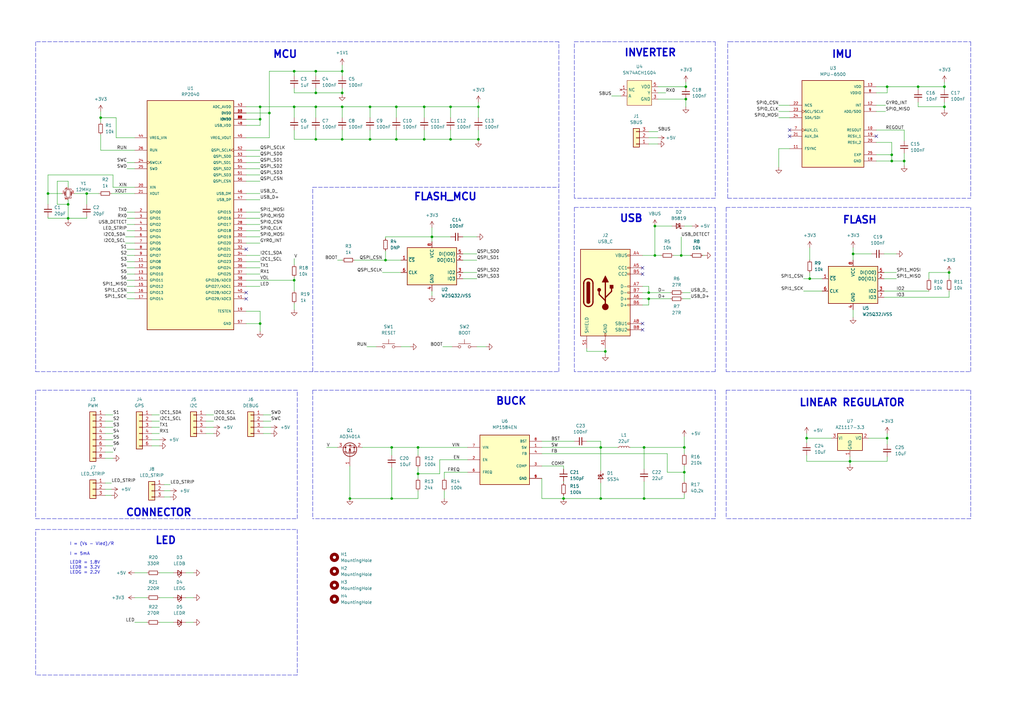
<source format=kicad_sch>
(kicad_sch (version 20211123) (generator eeschema)
  (paper "A3")
  (title_block (date "2022-10-25"))
  (junction (at 140.335 43.815))
  (junction (at 184.785 43.815))
  (junction (at 35.56 79.375))
  (junction (at 266.065 120.015))
  (junction (at 158.115 106.68))
  (junction (at 280.67 183.515))
  (junction (at 196.215 43.815))
  (junction (at 140.335 38.1))
  (junction (at 349.885 104.14))
  (junction (at 140.335 29.21))
  (junction (at 264.16 204.47))
  (junction (at 279.4 104.775))
  (junction (at 246.38 183.515))
  (junction (at 129.54 38.1))
  (junction (at 120.65 43.815))
  (junction (at 348.615 189.23))
  (junction (at 376.555 35.56))
  (junction (at 332.105 114.3))
  (junction (at 363.855 179.705))
  (junction (at 330.835 179.705))
  (junction (at 231.14 204.47))
  (junction (at 110.49 46.355))
  (junction (at 171.45 183.515))
  (junction (at 365.76 66.04))
  (junction (at 363.855 35.56))
  (junction (at 106.68 48.895))
  (junction (at 160.655 204.47))
  (junction (at 248.285 144.145))
  (junction (at 266.065 122.555))
  (junction (at 264.16 183.515))
  (junction (at 184.785 57.15))
  (junction (at 196.215 57.15))
  (junction (at 387.35 43.815))
  (junction (at 281.305 35.56))
  (junction (at 151.765 57.15))
  (junction (at 171.45 194.31))
  (junction (at 151.765 43.815))
  (junction (at 173.99 57.15))
  (junction (at 120.65 114.935))
  (junction (at 106.68 132.715))
  (junction (at 268.605 104.775))
  (junction (at 19.685 79.375))
  (junction (at 27.94 83.82))
  (junction (at 120.65 29.21))
  (junction (at 106.68 43.815))
  (junction (at 140.335 57.15))
  (junction (at 160.655 183.515))
  (junction (at 281.305 40.64))
  (junction (at 41.275 48.26))
  (junction (at 129.54 29.21))
  (junction (at 129.54 43.815))
  (junction (at 246.38 204.47))
  (junction (at 387.35 35.56))
  (junction (at 173.99 43.815))
  (junction (at 143.51 204.47))
  (junction (at 389.255 111.76))
  (junction (at 129.54 57.15))
  (junction (at 162.56 57.15))
  (junction (at 177.165 97.155))
  (junction (at 365.76 63.5))
  (junction (at 370.84 66.04))
  (junction (at 280.67 193.675))
  (junction (at 268.605 92.71))
  (junction (at 27.94 89.535))
  (junction (at 162.56 43.815))
  (no_connect (at 100.965 122.555))
  (no_connect (at 100.965 120.015))
  (no_connect (at 263.525 135.255))
  (no_connect (at 263.525 112.395))
  (no_connect (at 263.525 109.855))
  (no_connect (at 263.525 132.715))
  (no_connect (at 100.965 102.235))
  (no_connect (at 323.85 53.34))
  (no_connect (at 323.85 55.88))
  (no_connect (at 359.41 55.88))
  (wire (pts (xy 268.605 92.71) (xy 268.605 104.775)))
  (wire (pts (xy 27.94 83.82) (xy 27.94 89.535)))
  (wire (pts (xy 100.965 71.755) (xy 106.68 71.755)))
  (wire (pts (xy 381 114.3) (xy 381 111.76)))
  (wire (pts (xy 323.85 60.96) (xy 319.405 60.96)))
  (wire (pts (xy 55.245 255.27) (xy 60.325 255.27)))
  (wire (pts (xy 100.965 97.155) (xy 106.68 97.155)))
  (wire (pts (xy 356.235 179.705) (xy 363.855 179.705)))
  (wire (pts (xy 359.41 38.1) (xy 363.855 38.1)))
  (wire (pts (xy 100.965 109.855) (xy 106.68 109.855)))
  (wire (pts (xy 107.95 175.26) (xy 111.125 175.26)))
  (wire (pts (xy 62.23 175.26) (xy 65.405 175.26)))
  (wire (pts (xy 76.2 245.11) (xy 79.375 245.11)))
  (wire (pts (xy 100.965 46.355) (xy 110.49 46.355)))
  (wire (pts (xy 120.65 53.34) (xy 120.65 57.15)))
  (wire (pts (xy 222.25 186.055) (xy 273.685 186.055)))
  (polyline (pts (xy 398.145 152.4) (xy 398.145 85.09)))
  (wire (pts (xy 222.25 183.515) (xy 246.38 183.515)))
  (polyline (pts (xy 128.27 76.835) (xy 229.235 76.835)))
  (wire (pts (xy 280.67 204.47) (xy 264.16 204.47)))
  (wire (pts (xy 19.685 88.9) (xy 19.685 89.535)))
  (wire (pts (xy 264.16 183.515) (xy 264.16 192.405)))
  (wire (pts (xy 269.875 35.56) (xy 281.305 35.56)))
  (wire (pts (xy 55.245 61.595) (xy 41.275 61.595)))
  (wire (pts (xy 100.965 61.595) (xy 106.68 61.595)))
  (wire (pts (xy 263.525 120.015) (xy 266.065 120.015)))
  (wire (pts (xy 120.65 36.195) (xy 120.65 38.1)))
  (wire (pts (xy 100.965 132.715) (xy 106.68 132.715)))
  (wire (pts (xy 196.215 53.34) (xy 196.215 57.15)))
  (wire (pts (xy 348.615 187.325) (xy 348.615 189.23)))
  (wire (pts (xy 100.965 86.995) (xy 106.68 86.995)))
  (wire (pts (xy 100.965 51.435) (xy 106.68 51.435)))
  (wire (pts (xy 158.115 106.68) (xy 164.465 106.68)))
  (wire (pts (xy 35.56 89.535) (xy 27.94 89.535)))
  (polyline (pts (xy 293.37 85.09) (xy 293.37 152.4)))
  (wire (pts (xy 281.305 33.655) (xy 281.305 35.56)))
  (wire (pts (xy 140.335 43.815) (xy 151.765 43.815)))
  (wire (pts (xy 76.2 234.95) (xy 79.375 234.95)))
  (wire (pts (xy 329.565 114.3) (xy 332.105 114.3)))
  (wire (pts (xy 381 111.76) (xy 389.255 111.76)))
  (wire (pts (xy 171.45 194.31) (xy 171.45 196.215)))
  (wire (pts (xy 55.245 234.95) (xy 60.325 234.95)))
  (wire (pts (xy 263.525 122.555) (xy 266.065 122.555)))
  (wire (pts (xy 363.855 177.8) (xy 363.855 179.705)))
  (wire (pts (xy 52.07 122.555) (xy 55.245 122.555)))
  (wire (pts (xy 151.765 53.34) (xy 151.765 57.15)))
  (wire (pts (xy 280.67 92.71) (xy 283.845 92.71)))
  (wire (pts (xy 319.405 43.18) (xy 323.85 43.18)))
  (wire (pts (xy 269.875 38.1) (xy 273.05 38.1)))
  (wire (pts (xy 100.965 127.635) (xy 106.68 127.635)))
  (wire (pts (xy 100.965 112.395) (xy 106.68 112.395)))
  (wire (pts (xy 120.65 113.665) (xy 120.65 114.935)))
  (wire (pts (xy 41.275 48.26) (xy 47.625 48.26)))
  (wire (pts (xy 140.335 36.195) (xy 140.335 38.1)))
  (wire (pts (xy 266.065 122.555) (xy 274.955 122.555)))
  (wire (pts (xy 27.94 89.535) (xy 27.94 90.17)))
  (wire (pts (xy 67.31 201.295) (xy 69.85 201.295)))
  (wire (pts (xy 258.445 183.515) (xy 264.16 183.515)))
  (wire (pts (xy 268.605 104.775) (xy 271.145 104.775)))
  (polyline (pts (xy 297.815 152.4) (xy 398.145 152.4)))
  (wire (pts (xy 359.41 66.04) (xy 365.76 66.04)))
  (wire (pts (xy 363.855 179.705) (xy 363.855 182.245)))
  (polyline (pts (xy 297.815 85.09) (xy 297.815 152.4)))
  (wire (pts (xy 120.65 124.46) (xy 120.65 127)))
  (wire (pts (xy 177.165 97.155) (xy 177.165 99.06)))
  (wire (pts (xy 51.435 99.695) (xy 55.245 99.695)))
  (wire (pts (xy 266.065 120.015) (xy 274.955 120.015)))
  (wire (pts (xy 349.885 101.6) (xy 349.885 104.14)))
  (wire (pts (xy 100.965 66.675) (xy 106.68 66.675)))
  (polyline (pts (xy 235.585 17.145) (xy 248.92 17.145)))
  (wire (pts (xy 47.625 56.515) (xy 55.245 56.515)))
  (polyline (pts (xy 14.605 217.17) (xy 121.92 217.17)))
  (wire (pts (xy 160.655 191.77) (xy 160.655 204.47)))
  (wire (pts (xy 362.585 104.14) (xy 367.665 104.14)))
  (wire (pts (xy 145.415 106.68) (xy 158.115 106.68)))
  (polyline (pts (xy 235.585 85.09) (xy 293.37 85.09)))
  (wire (pts (xy 55.245 76.835) (xy 46.355 76.835)))
  (wire (pts (xy 140.335 29.21) (xy 140.335 31.115)))
  (wire (pts (xy 84.455 177.8) (xy 87.63 177.8)))
  (wire (pts (xy 129.54 43.815) (xy 129.54 48.26)))
  (wire (pts (xy 45.72 79.375) (xy 55.245 79.375)))
  (wire (pts (xy 133.985 183.515) (xy 138.43 183.515)))
  (wire (pts (xy 19.685 79.375) (xy 19.685 83.82)))
  (wire (pts (xy 319.405 60.96) (xy 319.405 68.58)))
  (wire (pts (xy 158.115 97.79) (xy 158.115 97.155)))
  (wire (pts (xy 106.68 48.895) (xy 106.68 43.815)))
  (wire (pts (xy 330.835 179.705) (xy 330.835 181.61)))
  (wire (pts (xy 280.67 191.135) (xy 280.67 193.675)))
  (wire (pts (xy 173.99 53.34) (xy 173.99 57.15)))
  (wire (pts (xy 51.435 97.155) (xy 55.245 97.155)))
  (wire (pts (xy 189.865 106.68) (xy 195.58 106.68)))
  (wire (pts (xy 330.835 186.69) (xy 330.835 189.23)))
  (wire (pts (xy 140.335 53.34) (xy 140.335 57.15)))
  (wire (pts (xy 268.605 92.71) (xy 275.59 92.71)))
  (wire (pts (xy 280.67 179.07) (xy 280.67 183.515)))
  (wire (pts (xy 150.495 142.24) (xy 154.305 142.24)))
  (wire (pts (xy 250.825 39.37) (xy 254.635 39.37)))
  (wire (pts (xy 246.38 204.47) (xy 231.14 204.47)))
  (wire (pts (xy 52.07 120.015) (xy 55.245 120.015)))
  (wire (pts (xy 100.965 89.535) (xy 106.68 89.535)))
  (wire (pts (xy 52.07 92.075) (xy 55.245 92.075)))
  (wire (pts (xy 196.215 41.91) (xy 196.215 43.815)))
  (wire (pts (xy 43.18 198.12) (xy 45.72 198.12)))
  (wire (pts (xy 319.405 48.26) (xy 323.85 48.26)))
  (wire (pts (xy 348.615 189.23) (xy 348.615 190.5)))
  (wire (pts (xy 222.25 204.47) (xy 231.14 204.47)))
  (wire (pts (xy 43.18 203.2) (xy 45.72 203.2)))
  (wire (pts (xy 41.275 45.72) (xy 41.275 48.26)))
  (wire (pts (xy 43.18 180.34) (xy 46.355 180.34)))
  (wire (pts (xy 100.965 99.695) (xy 106.68 99.695)))
  (wire (pts (xy 349.885 127) (xy 349.885 130.175)))
  (wire (pts (xy 389.255 121.92) (xy 389.255 119.38)))
  (wire (pts (xy 359.41 45.72) (xy 363.22 45.72)))
  (wire (pts (xy 120.65 43.815) (xy 129.54 43.815)))
  (polyline (pts (xy 398.145 212.725) (xy 297.815 212.725)))
  (wire (pts (xy 376.555 43.815) (xy 387.35 43.815)))
  (wire (pts (xy 177.165 93.345) (xy 177.165 97.155)))
  (wire (pts (xy 376.555 41.91) (xy 376.555 43.815)))
  (wire (pts (xy 280.67 202.565) (xy 280.67 204.47)))
  (wire (pts (xy 184.785 43.815) (xy 184.785 48.26)))
  (wire (pts (xy 269.875 40.64) (xy 281.305 40.64)))
  (wire (pts (xy 280.67 193.675) (xy 280.67 197.485)))
  (wire (pts (xy 84.455 172.72) (xy 87.63 172.72)))
  (wire (pts (xy 46.355 76.835) (xy 46.355 71.755)))
  (wire (pts (xy 156.845 111.76) (xy 164.465 111.76)))
  (wire (pts (xy 30.48 79.375) (xy 35.56 79.375)))
  (wire (pts (xy 182.245 193.675) (xy 191.77 193.675)))
  (wire (pts (xy 276.225 104.775) (xy 279.4 104.775)))
  (wire (pts (xy 43.18 170.18) (xy 46.355 170.18)))
  (wire (pts (xy 280.035 122.555) (xy 283.21 122.555)))
  (wire (pts (xy 129.54 29.21) (xy 129.54 31.115)))
  (wire (pts (xy 129.54 38.1) (xy 140.335 38.1)))
  (wire (pts (xy 365.76 58.42) (xy 365.76 63.5)))
  (wire (pts (xy 376.555 35.56) (xy 387.35 35.56)))
  (wire (pts (xy 19.685 71.755) (xy 19.685 79.375)))
  (polyline (pts (xy 293.37 17.145) (xy 293.37 81.28)))
  (polyline (pts (xy 298.45 81.28) (xy 398.145 81.28)))
  (wire (pts (xy 110.49 56.515) (xy 110.49 46.355)))
  (wire (pts (xy 100.965 81.915) (xy 106.68 81.915)))
  (wire (pts (xy 181.61 142.24) (xy 185.42 142.24)))
  (wire (pts (xy 120.65 38.1) (xy 129.54 38.1)))
  (wire (pts (xy 196.215 43.815) (xy 196.215 48.26)))
  (wire (pts (xy 65.405 234.95) (xy 71.12 234.95)))
  (wire (pts (xy 359.41 35.56) (xy 363.855 35.56)))
  (wire (pts (xy 362.585 111.76) (xy 367.665 111.76)))
  (wire (pts (xy 359.41 58.42) (xy 365.76 58.42)))
  (wire (pts (xy 370.84 53.34) (xy 370.84 57.785)))
  (wire (pts (xy 55.245 245.11) (xy 60.325 245.11)))
  (wire (pts (xy 27.94 74.295) (xy 27.94 76.835)))
  (wire (pts (xy 52.07 107.315) (xy 55.245 107.315)))
  (wire (pts (xy 106.68 127.635) (xy 106.68 132.715)))
  (wire (pts (xy 349.885 104.14) (xy 349.885 106.68)))
  (wire (pts (xy 148.59 183.515) (xy 160.655 183.515)))
  (polyline (pts (xy 121.92 276.86) (xy 14.605 276.86)))
  (wire (pts (xy 120.65 43.815) (xy 120.65 48.26)))
  (wire (pts (xy 129.54 53.34) (xy 129.54 57.15)))
  (wire (pts (xy 263.525 125.095) (xy 266.065 125.095)))
  (polyline (pts (xy 121.92 160.02) (xy 14.605 160.02)))
  (wire (pts (xy 280.67 183.515) (xy 264.16 183.515)))
  (wire (pts (xy 62.23 177.8) (xy 65.405 177.8)))
  (wire (pts (xy 362.585 119.38) (xy 381 119.38)))
  (wire (pts (xy 158.115 102.87) (xy 158.115 106.68)))
  (wire (pts (xy 67.31 198.755) (xy 69.85 198.755)))
  (wire (pts (xy 43.18 172.72) (xy 46.355 172.72)))
  (wire (pts (xy 263.525 117.475) (xy 266.065 117.475)))
  (polyline (pts (xy 398.145 17.145) (xy 398.145 81.28)))
  (wire (pts (xy 173.99 57.15) (xy 184.785 57.15)))
  (wire (pts (xy 62.23 170.18) (xy 65.405 170.18)))
  (wire (pts (xy 76.2 255.27) (xy 79.375 255.27)))
  (wire (pts (xy 330.835 189.23) (xy 348.615 189.23)))
  (wire (pts (xy 173.99 43.815) (xy 184.785 43.815)))
  (wire (pts (xy 246.38 198.12) (xy 246.38 204.47)))
  (wire (pts (xy 246.38 183.515) (xy 253.365 183.515)))
  (wire (pts (xy 52.07 66.675) (xy 55.245 66.675)))
  (wire (pts (xy 120.65 29.21) (xy 129.54 29.21)))
  (polyline (pts (xy 293.37 212.725) (xy 128.27 212.725)))
  (wire (pts (xy 52.07 109.855) (xy 55.245 109.855)))
  (wire (pts (xy 376.555 35.56) (xy 376.555 36.83)))
  (wire (pts (xy 158.115 97.155) (xy 177.165 97.155)))
  (wire (pts (xy 41.275 55.245) (xy 41.275 61.595)))
  (wire (pts (xy 47.625 48.26) (xy 47.625 56.515)))
  (wire (pts (xy 195.58 142.24) (xy 199.39 142.24)))
  (wire (pts (xy 67.31 203.835) (xy 69.85 203.835)))
  (wire (pts (xy 162.56 43.815) (xy 173.99 43.815)))
  (wire (pts (xy 107.95 172.72) (xy 111.125 172.72)))
  (wire (pts (xy 129.54 36.195) (xy 129.54 38.1)))
  (wire (pts (xy 231.14 203.2) (xy 231.14 204.47)))
  (wire (pts (xy 84.455 170.18) (xy 87.63 170.18)))
  (wire (pts (xy 151.765 57.15) (xy 162.56 57.15)))
  (wire (pts (xy 164.465 142.24) (xy 168.275 142.24)))
  (wire (pts (xy 359.41 43.18) (xy 363.22 43.18)))
  (wire (pts (xy 281.305 40.64) (xy 281.305 43.815)))
  (wire (pts (xy 319.405 45.72) (xy 323.85 45.72)))
  (wire (pts (xy 332.105 111.76) (xy 332.105 114.3)))
  (wire (pts (xy 332.105 101.6) (xy 332.105 106.68)))
  (wire (pts (xy 171.45 204.47) (xy 160.655 204.47)))
  (wire (pts (xy 182.245 196.215) (xy 182.245 193.675)))
  (wire (pts (xy 160.655 204.47) (xy 143.51 204.47)))
  (wire (pts (xy 129.54 43.815) (xy 140.335 43.815)))
  (wire (pts (xy 362.585 114.3) (xy 367.665 114.3)))
  (wire (pts (xy 43.18 182.88) (xy 46.355 182.88)))
  (wire (pts (xy 100.965 92.075) (xy 106.68 92.075)))
  (wire (pts (xy 280.67 186.055) (xy 280.67 183.515)))
  (wire (pts (xy 180.34 194.31) (xy 171.45 194.31)))
  (wire (pts (xy 100.965 117.475) (xy 106.68 117.475)))
  (wire (pts (xy 160.655 183.515) (xy 171.45 183.515)))
  (wire (pts (xy 100.965 107.315) (xy 106.68 107.315)))
  (wire (pts (xy 52.07 69.215) (xy 55.245 69.215)))
  (wire (pts (xy 387.35 33.655) (xy 387.35 35.56)))
  (wire (pts (xy 248.285 144.145) (xy 248.285 145.415)))
  (wire (pts (xy 120.65 106.045) (xy 120.65 108.585)))
  (wire (pts (xy 129.54 29.21) (xy 140.335 29.21)))
  (polyline (pts (xy 248.92 17.145) (xy 293.37 17.145)))
  (polyline (pts (xy 297.815 160.02) (xy 398.145 160.02)))
  (polyline (pts (xy 14.605 276.86) (xy 14.605 217.17)))
  (wire (pts (xy 140.335 57.15) (xy 151.765 57.15)))
  (wire (pts (xy 52.07 89.535) (xy 55.245 89.535)))
  (wire (pts (xy 143.51 191.135) (xy 143.51 204.47)))
  (wire (pts (xy 387.35 41.91) (xy 387.35 43.815)))
  (wire (pts (xy 107.95 170.18) (xy 111.125 170.18)))
  (wire (pts (xy 151.765 43.815) (xy 151.765 48.26)))
  (wire (pts (xy 100.965 74.295) (xy 106.68 74.295)))
  (wire (pts (xy 140.335 38.1) (xy 140.335 38.735)))
  (wire (pts (xy 120.65 57.15) (xy 129.54 57.15)))
  (polyline (pts (xy 293.37 160.02) (xy 293.37 212.725)))
  (wire (pts (xy 231.14 191.135) (xy 231.14 192.405)))
  (wire (pts (xy 120.65 29.21) (xy 120.65 31.115)))
  (wire (pts (xy 23.495 74.295) (xy 23.495 83.82)))
  (wire (pts (xy 35.56 79.375) (xy 40.64 79.375)))
  (wire (pts (xy 330.835 179.705) (xy 340.995 179.705)))
  (wire (pts (xy 106.68 43.815) (xy 120.65 43.815)))
  (wire (pts (xy 162.56 43.815) (xy 162.56 48.26)))
  (wire (pts (xy 100.965 48.895) (xy 106.68 48.895)))
  (wire (pts (xy 100.965 64.135) (xy 106.68 64.135)))
  (wire (pts (xy 189.865 104.14) (xy 195.58 104.14)))
  (wire (pts (xy 177.165 119.38) (xy 177.165 121.285)))
  (polyline (pts (xy 229.235 152.4) (xy 229.235 17.145)))
  (wire (pts (xy 171.45 191.77) (xy 171.45 194.31)))
  (wire (pts (xy 279.4 104.775) (xy 283.21 104.775)))
  (polyline (pts (xy 14.605 212.725) (xy 121.92 212.725)))
  (wire (pts (xy 27.94 74.295) (xy 23.495 74.295)))
  (wire (pts (xy 23.495 83.82) (xy 27.94 83.82)))
  (polyline (pts (xy 128.27 152.4) (xy 128.27 76.835)))
  (wire (pts (xy 129.54 57.15) (xy 140.335 57.15)))
  (wire (pts (xy 189.865 114.3) (xy 195.58 114.3)))
  (wire (pts (xy 43.18 200.66) (xy 45.72 200.66)))
  (wire (pts (xy 35.56 88.9) (xy 35.56 89.535)))
  (wire (pts (xy 189.865 97.155) (xy 195.58 97.155)))
  (wire (pts (xy 52.07 104.775) (xy 55.245 104.775)))
  (wire (pts (xy 35.56 79.375) (xy 35.56 83.82)))
  (wire (pts (xy 266.065 56.515) (xy 269.875 56.515)))
  (wire (pts (xy 140.335 26.67) (xy 140.335 29.21)))
  (wire (pts (xy 62.23 182.88) (xy 65.405 182.88)))
  (wire (pts (xy 52.07 117.475) (xy 55.245 117.475)))
  (wire (pts (xy 151.765 43.815) (xy 162.56 43.815)))
  (wire (pts (xy 52.07 102.235) (xy 55.245 102.235)))
  (wire (pts (xy 100.965 114.935) (xy 120.65 114.935)))
  (wire (pts (xy 173.99 43.815) (xy 173.99 48.26)))
  (wire (pts (xy 100.965 104.775) (xy 106.68 104.775)))
  (wire (pts (xy 389.255 111.76) (xy 389.255 114.3)))
  (wire (pts (xy 264.16 197.485) (xy 264.16 204.47)))
  (wire (pts (xy 100.965 79.375) (xy 106.68 79.375)))
  (wire (pts (xy 52.07 94.615) (xy 55.245 94.615)))
  (wire (pts (xy 27.94 81.915) (xy 27.94 83.82)))
  (wire (pts (xy 363.855 189.23) (xy 348.615 189.23)))
  (wire (pts (xy 191.77 188.595) (xy 180.34 188.595)))
  (wire (pts (xy 171.45 201.295) (xy 171.45 204.47)))
  (wire (pts (xy 222.25 196.215) (xy 222.25 204.47)))
  (polyline (pts (xy 297.815 160.02) (xy 297.815 212.725)))
  (wire (pts (xy 140.335 43.815) (xy 140.335 48.26)))
  (polyline (pts (xy 229.235 17.145) (xy 14.605 17.145)))
  (wire (pts (xy 222.25 180.975) (xy 235.585 180.975)))
  (wire (pts (xy 160.655 186.69) (xy 160.655 183.515)))
  (wire (pts (xy 279.4 97.155) (xy 279.4 104.775)))
  (wire (pts (xy 43.18 177.8) (xy 46.355 177.8)))
  (wire (pts (xy 62.23 172.72) (xy 65.405 172.72)))
  (wire (pts (xy 65.405 255.27) (xy 71.12 255.27)))
  (wire (pts (xy 171.45 183.515) (xy 191.77 183.515)))
  (wire (pts (xy 106.68 51.435) (xy 106.68 48.895)))
  (wire (pts (xy 363.855 187.325) (xy 363.855 189.23)))
  (wire (pts (xy 41.275 48.26) (xy 41.275 50.165)))
  (wire (pts (xy 263.525 104.775) (xy 268.605 104.775)))
  (polyline (pts (xy 128.27 160.02) (xy 293.37 160.02)))
  (wire (pts (xy 266.065 125.095) (xy 266.065 122.555)))
  (wire (pts (xy 110.49 46.355) (xy 110.49 29.21)))
  (wire (pts (xy 248.285 142.875) (xy 248.285 144.145)))
  (wire (pts (xy 273.685 193.675) (xy 280.67 193.675)))
  (wire (pts (xy 52.07 112.395) (xy 55.245 112.395)))
  (wire (pts (xy 177.165 97.155) (xy 184.785 97.155)))
  (wire (pts (xy 184.785 53.34) (xy 184.785 57.15)))
  (wire (pts (xy 387.35 43.815) (xy 387.35 45.085)))
  (wire (pts (xy 65.405 245.11) (xy 71.12 245.11)))
  (wire (pts (xy 120.65 114.935) (xy 120.65 119.38)))
  (polyline (pts (xy 14.605 160.02) (xy 14.605 212.725)))
  (polyline (pts (xy 14.605 17.145) (xy 14.605 152.4)))
  (wire (pts (xy 138.43 106.68) (xy 140.335 106.68)))
  (polyline (pts (xy 121.92 217.17) (xy 121.92 276.86)))
  (wire (pts (xy 19.685 79.375) (xy 25.4 79.375)))
  (wire (pts (xy 43.18 175.26) (xy 46.355 175.26)))
  (polyline (pts (xy 128.27 160.02) (xy 128.27 212.725)))
  (polyline (pts (xy 14.605 152.4) (xy 229.235 152.4)))
  (wire (pts (xy 266.065 53.975) (xy 269.875 53.975)))
  (wire (pts (xy 62.23 180.34) (xy 65.405 180.34)))
  (wire (pts (xy 329.565 119.38) (xy 337.185 119.38)))
  (wire (pts (xy 231.14 197.485) (xy 231.14 198.12)))
  (polyline (pts (xy 299.085 17.145) (xy 398.145 17.145)))
  (wire (pts (xy 363.855 35.56) (xy 376.555 35.56)))
  (wire (pts (xy 246.38 183.515) (xy 246.38 193.04)))
  (polyline (pts (xy 297.815 85.09) (xy 398.145 85.09)))
  (wire (pts (xy 246.38 180.975) (xy 246.38 183.515)))
  (wire (pts (xy 100.965 94.615) (xy 106.68 94.615)))
  (wire (pts (xy 280.035 120.015) (xy 283.21 120.015)))
  (wire (pts (xy 184.785 57.15) (xy 196.215 57.15)))
  (wire (pts (xy 100.965 69.215) (xy 106.68 69.215)))
  (wire (pts (xy 162.56 57.15) (xy 173.99 57.15)))
  (wire (pts (xy 365.76 63.5) (xy 365.76 66.04)))
  (wire (pts (xy 182.245 201.295) (xy 182.245 204.47)))
  (polyline (pts (xy 293.37 81.28) (xy 235.585 81.28)))
  (wire (pts (xy 264.16 204.47) (xy 246.38 204.47)))
  (polyline (pts (xy 398.145 160.02) (xy 398.145 212.725)))
  (wire (pts (xy 107.95 177.8) (xy 111.125 177.8)))
  (wire (pts (xy 19.685 89.535) (xy 27.94 89.535)))
  (wire (pts (xy 240.665 144.145) (xy 248.285 144.145)))
  (wire (pts (xy 288.29 104.775) (xy 288.925 104.775)))
  (polyline (pts (xy 293.37 152.4) (xy 235.585 152.4)))
  (wire (pts (xy 362.585 121.92) (xy 389.255 121.92)))
  (wire (pts (xy 46.355 71.755) (xy 19.685 71.755)))
  (wire (pts (xy 106.68 132.715) (xy 106.68 135.89)))
  (wire (pts (xy 52.07 86.995) (xy 55.245 86.995)))
  (wire (pts (xy 196.215 57.15) (xy 196.215 57.785)))
  (wire (pts (xy 222.25 191.135) (xy 231.14 191.135)))
  (wire (pts (xy 273.685 186.055) (xy 273.685 193.675)))
  (wire (pts (xy 189.865 111.76) (xy 195.58 111.76)))
  (polyline (pts (xy 235.585 85.09) (xy 235.585 152.4)))
  (wire (pts (xy 363.855 38.1) (xy 363.855 35.56)))
  (wire (pts (xy 240.665 142.875) (xy 240.665 144.145)))
  (polyline (pts (xy 121.92 212.725) (xy 121.92 160.02)))
  (wire (pts (xy 52.07 114.935) (xy 55.245 114.935)))
  (wire (pts (xy 330.835 177.8) (xy 330.835 179.705)))
  (wire (pts (xy 43.18 187.96) (xy 46.355 187.96)))
  (wire (pts (xy 266.065 117.475) (xy 266.065 120.015)))
  (wire (pts (xy 387.35 35.56) (xy 387.35 36.83)))
  (wire (pts (xy 100.965 43.815) (xy 106.68 43.815)))
  (polyline (pts (xy 235.585 81.28) (xy 235.585 17.145)))
  (wire (pts (xy 332.105 114.3) (xy 337.185 114.3)))
  (wire (pts (xy 100.965 56.515) (xy 110.49 56.515)))
  (wire (pts (xy 240.665 180.975) (xy 246.38 180.975)))
  (wire (pts (xy 359.41 53.34) (xy 370.84 53.34)))
  (wire (pts (xy 43.18 185.42) (xy 46.355 185.42)))
  (wire (pts (xy 180.34 188.595) (xy 180.34 194.31)))
  (wire (pts (xy 370.84 62.865) (xy 370.84 66.04)))
  (wire (pts (xy 370.84 66.04) (xy 370.84 67.945)))
  (polyline (pts (xy 298.45 17.145) (xy 299.085 17.145)))
  (wire (pts (xy 171.45 186.69) (xy 171.45 183.515)))
  (wire (pts (xy 357.505 104.14) (xy 349.885 104.14)))
  (wire (pts (xy 84.455 175.26) (xy 87.63 175.26)))
  (wire (pts (xy 365.76 66.04) (xy 370.84 66.04)))
  (wire (pts (xy 110.49 29.21) (xy 120.65 29.21)))
  (wire (pts (xy 184.785 43.815) (xy 196.215 43.815)))
  (polyline (pts (xy 298.45 81.28) (xy 298.45 17.145)))
  (wire (pts (xy 266.065 59.055) (xy 269.875 59.055)))
  (wire (pts (xy 162.56 53.34) (xy 162.56 57.15)))
  (wire (pts (xy 359.41 63.5) (xy 365.76 63.5)))
  (text "CONNECTOR" (at 51.435 212.09 0) (effects (font (size 3 3) bold) (justify left bottom)))
  (text "IMU" (at 340.995 24.13 0) (effects (font (size 3 3) bold) (justify left bottom)))
  (text "LINEAR REGULATOR" (at 327.66 167.005 0) (effects (font (size 3 3) bold) (justify left bottom)))
  (text "FLASH_MCU" (at 169.545 82.55 0) (effects (font (size 3 3) bold) (justify left bottom)))
  (text "LEDR = 1.8V\nLEDB = 3.2V\nLEDG = 2.2V" (at 28.575 235.585 0) (effects (font (size 1.27 1.27)) (justify left bottom)))
  (text "MCU" (at 111.76 24.13 0) (effects (font (size 3 3) (thickness 0.6) bold) (justify left bottom)))
  (text "LED" (at 63.5 223.52 0) (effects (font (size 3 3) bold) (justify left bottom)))
  (text "FLASH" (at 345.44 92.075 0) (effects (font (size 3 3) bold) (justify left bottom)))
  (text "INVERTER" (at 255.905 23.495 0) (effects (font (size 3 3) bold) (justify left bottom)))
  (text "BUCK" (at 203.2 166.37 0) (effects (font (size 3 3) bold) (justify left bottom)))
  (text "USB" (at 254 91.44 0) (effects (font (size 3 3) bold) (justify left bottom)))
  (text "I = (Vs - Vled)/R\n\nI = 5mA" (at 28.575 227.965 0) (effects (font (size 1.27 1.27)) (justify left bottom)))
  (label "RX1" (at 106.68 112.395 0))
  (label "LED_STRIP" (at 52.07 94.615 180))
  (label "VIN" (at 188.595 183.515 180))
  (label "I2C0_SCL" (at 87.63 170.18 0))
  (label "QSPI_SD1" (at 195.58 106.68 0))
  (label "TX1" (at 65.405 175.26 0))
  (label "LED" (at 55.245 255.27 180))
  (label "LED_STRIP" (at 45.72 198.12 0))
  (label "TX0" (at 52.07 86.995 180))
  (label "S1" (at 52.07 102.235 180))
  (label "GYR0_INT" (at 106.68 99.695 0))
  (label "RX0" (at 273.05 38.1 0))
  (label "QSPI_SCLK" (at 156.845 111.76 180))
  (label "QSPI_SD2" (at 106.68 69.215 0))
  (label "D+" (at 269.875 122.555 0))
  (label "I2C0_SCL" (at 51.435 99.695 180))
  (label "BST" (at 226.06 180.975 0))
  (label "EN" (at 188.595 188.595 180))
  (label "V" (at 120.65 106.045 0))
  (label "SPI0_CLK" (at 319.405 45.72 180))
  (label "GYR0_INT" (at 363.22 43.18 0))
  (label "QSPI_CSN" (at 106.68 74.295 0))
  (label "SPI1_MISO" (at 52.07 117.475 180))
  (label "TX1" (at 106.68 109.855 0))
  (label "REGOUT" (at 363.22 53.34 0))
  (label "SPI0_CSN" (at 106.68 92.075 0))
  (label "SPI1_CSN" (at 52.07 120.015 180))
  (label "BOOT" (at 181.61 142.24 180))
  (label "USB_D_" (at 283.21 120.015 0))
  (label "I2C1_SCL" (at 65.405 172.72 0))
  (label "I2C1_SDA" (at 65.405 170.18 0))
  (label "S3" (at 46.355 175.26 0))
  (label "S4" (at 52.07 109.855 180))
  (label "I2C1_SDA" (at 106.68 104.775 0))
  (label "QSPI_SD0" (at 195.58 104.14 0))
  (label "S4" (at 46.355 177.8 0))
  (label "SBUS" (at 269.875 53.975 0))
  (label "LED_STRIP" (at 69.85 198.755 0))
  (label "RX1" (at 65.405 177.8 0))
  (label "SPI1_MOSI" (at 106.68 86.995 0))
  (label "XIN" (at 52.07 76.835 180))
  (label "SPI1_CSN" (at 329.565 114.3 180))
  (label "QSPI_SD3" (at 195.58 114.3 0))
  (label "S3" (at 52.07 107.315 180))
  (label "I2C1_SCL" (at 106.68 107.315 0))
  (label "I2C0_SDA" (at 87.63 172.72 0))
  (label "S2" (at 46.355 172.72 0))
  (label "SBUS" (at 250.825 39.37 180))
  (label "QSPI_SD2" (at 195.58 111.76 0))
  (label "USB_D_" (at 106.68 79.375 0))
  (label "V" (at 133.985 183.515 0))
  (label "S6" (at 46.355 182.88 0))
  (label "FREQ" (at 188.595 193.675 180))
  (label "XOUT" (at 52.07 79.375 180))
  (label "SPI0_MISO" (at 106.68 89.535 0))
  (label "SPI0_CSN" (at 319.405 43.18 180))
  (label "SWD" (at 52.07 69.215 180))
  (label "S5" (at 46.355 180.34 0))
  (label "SPI1_SCK" (at 329.565 119.38 180))
  (label "SPI0_MISO" (at 363.22 45.72 0))
  (label "S2" (at 52.07 104.775 180))
  (label "SPI1_MOSI" (at 367.665 111.76 0))
  (label "LED" (at 106.68 117.475 0))
  (label "VOL" (at 106.68 114.935 0))
  (label "USB_DETECT" (at 279.4 97.155 0))
  (label "SPI0_MOSI" (at 106.68 97.155 0))
  (label "SW" (at 226.06 183.515 0))
  (label "QSPI_CSN" (at 156.845 106.68 180))
  (label "FB" (at 226.06 186.055 0))
  (label "RUN" (at 52.07 61.595 180))
  (label "SPI0_MOSI" (at 319.405 48.26 180))
  (label "USB_D+" (at 283.21 122.555 0))
  (label "QSPI_SD3" (at 106.68 71.755 0))
  (label "QSPI_SCLK" (at 106.68 61.595 0))
  (label "SPI1_MISO" (at 367.665 114.3 0))
  (label "RUN" (at 150.495 142.24 180))
  (label "COMP" (at 226.06 191.135 0))
  (label "SPI0_CLK" (at 106.68 94.615 0))
  (label "SPI1_SCK" (at 52.07 122.555 180))
  (label "RX0" (at 52.07 89.535 180))
  (label "V" (at 46.355 185.42 0))
  (label "S6" (at 52.07 114.935 180))
  (label "SWC" (at 52.07 66.675 180))
  (label "QSPI_SD1" (at 106.68 66.675 0))
  (label "QSPI_SD0" (at 106.68 64.135 0))
  (label "S1" (at 46.355 170.18 0))
  (label "BOOT" (at 138.43 106.68 180))
  (label "USB_D+" (at 106.68 81.915 0))
  (label "SWD" (at 111.125 170.18 0))
  (label "I2C0_SDA" (at 51.435 97.155 180))
  (label "IO2" (at 367.665 119.38 0))
  (label "USB_DETECT" (at 52.07 92.075 180))
  (label "D-" (at 269.875 120.015 0))
  (label "SWC" (at 111.125 172.72 0))
  (label "IO3" (at 367.665 121.92 0))
  (label "S5" (at 52.07 112.395 180))
  (symbol (lib_id "power:+3.3V") (at 387.35 33.655 0) (unit 1)
    (property "Reference" "#PWR017" (effects hide))
    (property "Value" "+3.3V" (at 387.35 28.575 0))
  )
  (symbol (lib_id "power:GND") (at 27.94 90.17 0) (unit 1)
    (property "Reference" "#PWR01" (effects hide))
    (property "Value" "GND" (effects hide))
  )
  (symbol (lib_id "SN74AHC1G04:SN74ACH1G04") (at 262.255 38.1 0) (unit 1)
    (property "Reference" "U4" (at 262.255 27.305 0))
    (property "Value" "SN74ACH1G04" (at 262.255 29.845 0))
    (property "Footprint" "Package_TO_SOT_SMD:SOT-23-5" (effects hide))
  )
  (symbol (lib_id "Memory_Flash:W25Q32JVSS") (at 349.885 116.84 0) (unit 1)
    (property "Reference" "U5" (at 353.695 126.365 0) (effects (justify left)))
    (property "Value" "W25Q32JVSS" (at 353.695 128.905 0) (effects (justify left)))
    (property "Footprint" "Package_SO:SOIC-8_5.23x5.23mm_P1.27mm" (effects hide))
    (property "Datasheet" "http://www.winbond.com/resource-files/w25q32jv%20revg%2003272018%20plus.pdf" (effects hide))
  )
  (symbol (lib_id "Device:C_Small") (at 231.14 194.945 0) (unit 1)
    (property "Reference" "C21" (at 233.68 193.6812 0) (effects (justify left)))
    (property "Value" "150pF" (at 233.68 196.2212 0) (effects (justify left)))
    (property "Footprint" "Capacitor_SMD:C_0603_1608Metric" (effects hide))
  )
  (symbol (lib_id "power:GND") (at 281.305 43.815 0) (unit 1)
    (property "Reference" "#PWR015" (effects hide))
    (property "Value" "GND" (effects hide))
  )
  (symbol (lib_id "power:GND") (at 349.885 130.175 0) (unit 1)
    (property "Reference" "#PWR024" (effects hide))
    (property "Value" "GND" (effects hide))
  )
  (symbol (lib_id "power:+5V") (at 111.125 175.26 270) (unit 1)
    (property "Reference" "#PWR041" (effects hide))
    (property "Value" "+5V" (at 114.935 175.2599 90) (effects (justify left)))
  )
  (symbol (lib_id "power:GND") (at 87.63 177.8 90) (unit 1)
    (property "Reference" "#PWR040" (effects hide))
    (property "Value" "GND" (effects hide))
  )
  (symbol (lib_id "Device:R_Small") (at 171.45 198.755 0) (unit 1)
    (property "Reference" "R13" (at 173.99 197.4849 0) (effects (justify left)))
    (property "Value" "24k" (at 173.99 200.0249 0) (effects (justify left)))
    (property "Footprint" "Resistor_SMD:R_0603_1608Metric" (effects hide))
  )
  (symbol (lib_id "power:GND") (at 348.615 190.5 0) (unit 1)
    (property "Reference" "#PWR035" (effects hide))
    (property "Value" "GND" (effects hide))
  )
  (symbol (lib_id "power:GND") (at 387.35 45.085 0) (unit 1)
    (property "Reference" "#PWR011" (effects hide))
    (property "Value" "GND" (effects hide))
  )
  (symbol (lib_id "Device:R_Small") (at 120.65 121.92 0) (unit 1)
    (property "Reference" "R19" (at 123.19 120.6499 0) (effects (justify left)))
    (property "Value" "1k" (at 123.19 123.1899 0) (effects (justify left)))
    (property "Footprint" "Resistor_SMD:R_0603_1608Metric" (effects hide))
  )
  (symbol (lib_id "Device:R_Small") (at 381 116.84 0) (unit 1)
    (property "Reference" "R10" (at 382.905 115.5699 0) (effects (justify left)))
    (property "Value" "10k" (at 382.905 118.1099 0) (effects (justify left)))
    (property "Footprint" "Resistor_SMD:R_0603_1608Metric" (effects hide))
  )
  (symbol (lib_id "power:+3.3V") (at 389.255 111.76 0) (unit 1)
    (property "Reference" "#PWR026" (effects hide))
    (property "Value" "+3.3V" (at 389.255 106.68 0))
  )
  (symbol (lib_id "Device:LED_Small") (at 73.66 255.27 180) (unit 1)
    (property "Reference" "D5" (at 73.5965 248.92 0))
    (property "Value" "LEDR" (at 73.5965 251.46 0))
    (property "Footprint" "LED_SMD:LED_0603_1608Metric" (effects hide))
  )
  (symbol (lib_id "Mechanical:MountingHole") (at 137.16 240.03 0) (unit 1)
    (property "Reference" "H3" (at 139.7 238.7599 0) (effects (justify left)))
    (property "Value" "MountingHole" (at 139.7 241.2999 0) (effects (justify left)))
    (property "Footprint" "MountingHole:MountingHole_3mm_Pad_Via" (effects hide))
  )
  (symbol (lib_id "Connector:USB_C_Receptacle_USB2.0") (at 248.285 120.015 0) (unit 1)
    (property "Reference" "J2" (at 248.285 96.52 0))
    (property "Value" "USB_C" (at 248.285 99.06 0))
    (property "Footprint" "Connector_USB:USB_C_Receptacle_Palconn_UTC16-G" (effects hide))
    (property "Datasheet" "https://www.usb.org/sites/default/files/documents/usb_type-c.zip" (effects hide))
  )
  (symbol (lib_id "power:+5V") (at 45.72 200.66 270) (unit 1)
    (property "Reference" "#PWR045" (effects hide))
    (property "Value" "+5V" (at 49.53 200.6599 90) (effects (justify left)))
  )
  (symbol (lib_id "Device:C_Small") (at 120.65 50.8 0) (unit 1)
    (property "Reference" "C6" (at 123.19 49.5362 0) (effects (justify left)))
    (property "Value" "1uF" (at 123.19 52.0762 0) (effects (justify left)))
    (property "Footprint" "Capacitor_SMD:C_0603_1608Metric" (effects hide))
  )
  (symbol (lib_id "Device:C_Small") (at 370.84 60.325 0) (unit 1)
    (property "Reference" "C15" (at 373.38 59.0612 0) (effects (justify left)))
    (property "Value" "100nF" (at 373.38 61.6012 0) (effects (justify left)))
    (property "Footprint" "Capacitor_SMD:C_0603_1608Metric" (effects hide))
  )
  (symbol (lib_id "power:GND") (at 168.275 142.24 90) (unit 1)
    (property "Reference" "#PWR027" (effects hide))
    (property "Value" "GND" (effects hide))
  )
  (symbol (lib_id "power:+5V") (at 87.63 175.26 270) (unit 1)
    (property "Reference" "#PWR039" (effects hide))
    (property "Value" "+5V" (at 91.44 175.2599 90) (effects (justify left)))
  )
  (symbol (lib_id "Switch:SW_Push") (at 190.5 142.24 0) (unit 1)
    (property "Reference" "SW2" (at 190.5 133.985 0))
    (property "Value" "BOOT" (at 190.5 136.525 0))
    (property "Footprint" "Button_Switch_SMD:Panasonic_EVQPUM_EVQPUD" (effects hide))
  )
  (symbol (lib_id "Device:Crystal_GND24_Small") (at 27.94 79.375 0) (unit 1)
    (property "Reference" "Y1" (at 34.29 75.2348 0))
    (property "Value" "12MHz" (at 34.29 77.7748 0))
    (property "Footprint" "Crystal:Crystal_SMD_3225-4Pin_3.2x2.5mm" (effects hide))
  )
  (symbol (lib_id "Mechanical:MountingHole") (at 137.16 245.745 0) (unit 1)
    (property "Reference" "H4" (at 139.7 244.4749 0) (effects (justify left)))
    (property "Value" "MountingHole" (at 139.7 247.0149 0) (effects (justify left)))
    (property "Footprint" "MountingHole:MountingHole_3mm_Pad_Via" (effects hide))
  )
  (symbol (lib_id "Device:R_Small") (at 389.255 116.84 0) (unit 1)
    (property "Reference" "R11" (at 391.16 115.5699 0) (effects (justify left)))
    (property "Value" "10k" (at 391.16 118.1099 0) (effects (justify left)))
    (property "Footprint" "Resistor_SMD:R_0603_1608Metric" (effects hide))
  )
  (symbol (lib_id "power:GND") (at 288.925 104.775 90) (unit 1)
    (property "Reference" "#PWR021" (effects hide))
    (property "Value" "GND" (effects hide))
  )
  (symbol (lib_id "RP2040:RP2040") (at 78.105 89.535 0) (unit 1)
    (property "Reference" "U1" (at 78.105 36.195 0))
    (property "Value" "RP2040" (at 78.105 38.735 0))
    (property "Footprint" "RP2040:QFN40P700X700X90-57N" (effects hide))
    (property "MAXIMUM_PACKAGE_HEIGHT" "0.9 mm" (effects hide))
    (property "STANDARD" "IPC 7351B" (effects hide))
    (property "MANUFACTURER" "Raspberry Pi" (effects hide))
    (property "PARTREV" "1.6.1" (effects hide))
  )
  (symbol (lib_id "power:GND") (at 319.405 68.58 0) (unit 1)
    (property "Reference" "#PWR016" (effects hide))
    (property "Value" "GND" (effects hide))
  )
  (symbol (lib_id "Device:R_Small") (at 142.875 106.68 90) (unit 1)
    (property "Reference" "R3" (at 142.875 100.965 90))
    (property "Value" "1k" (at 142.875 103.505 90))
    (property "Footprint" "Resistor_SMD:R_0603_1608Metric" (effects hide))
  )
  (symbol (lib_id "Device:R_Small") (at 231.14 200.66 0) (unit 1)
    (property "Reference" "R15" (at 233.68 199.3899 0) (effects (justify left)))
    (property "Value" "100k" (at 233.68 201.9299 0) (effects (justify left)))
    (property "Footprint" "Resistor_SMD:R_0603_1608Metric" (effects hide))
  )
  (symbol (lib_id "Mechanical:MountingHole") (at 137.16 234.315 0) (unit 1)
    (property "Reference" "H2" (at 139.7 233.0449 0) (effects (justify left)))
    (property "Value" "MountingHole" (at 139.7 235.5849 0) (effects (justify left)))
    (property "Footprint" "MountingHole:MountingHole_3mm_Pad_Via" (effects hide))
  )
  (symbol (lib_id "power:GND") (at 69.85 203.835 90) (unit 1)
    (property "Reference" "#PWR0102" (effects hide))
    (property "Value" "GND" (effects hide))
  )
  (symbol (lib_id "power:+5V") (at 269.875 56.515 270) (unit 1)
    (property "Reference" "#PWR012" (effects hide))
    (property "Value" "+5V" (at 273.05 56.5149 90) (effects (justify left)))
  )
  (symbol (lib_id "Device:C_Small") (at 129.54 33.655 0) (unit 1)
    (property "Reference" "C4" (at 132.08 32.3912 0) (effects (justify left)))
    (property "Value" "100nF" (at 132.08 34.9312 0) (effects (justify left)))
    (property "Footprint" "Capacitor_SMD:C_0603_1608Metric" (effects hide))
  )
  (symbol (lib_id "Device:R_Small") (at 277.495 120.015 90) (unit 1)
    (property "Reference" "R6" (at 277.495 114.3 90))
    (property "Value" "27R" (at 277.495 116.84 90))
    (property "Footprint" "Resistor_SMD:R_0603_1608Metric" (effects hide))
  )
  (symbol (lib_id "Connector_Generic:Conn_01x04") (at 102.87 172.72 0) (mirror y) (unit 1)
    (property "Reference" "J6" (at 102.87 163.83 0))
    (property "Value" "DEBUG" (at 102.87 166.37 0))
    (property "Footprint" "myCustomLibs:pad_01x04" (effects hide))
  )
  (symbol (lib_id "power:+3.3V") (at 281.305 33.655 0) (unit 1)
    (property "Reference" "#PWR014" (effects hide))
    (property "Value" "+3.3V" (at 281.305 28.575 0))
  )
  (symbol (lib_id "Mechanical:MountingHole") (at 137.16 228.6 0) (unit 1)
    (property "Reference" "H1" (at 139.7 227.3299 0) (effects (justify left)))
    (property "Value" "MountingHole" (at 139.7 229.8699 0) (effects (justify left)))
    (property "Footprint" "MountingHole:MountingHole_3mm_Pad_Via" (effects hide))
  )
  (symbol (lib_id "power:GND") (at 248.285 145.415 0) (unit 1)
    (property "Reference" "#PWR019" (effects hide))
    (property "Value" "GND" (effects hide))
  )
  (symbol (lib_id "power:GND") (at 195.58 97.155 90) (unit 1)
    (property "Reference" "#PWR09" (effects hide))
    (property "Value" "GND" (effects hide))
  )
  (symbol (lib_id "Device:D_Schottky_Small") (at 278.13 92.71 180) (unit 1)
    (property "Reference" "D2" (at 278.384 86.995 0))
    (property "Value" "B5819" (at 278.384 89.535 0))
    (property "Footprint" "Diode_SMD:D_SOD-123" (effects hide))
  )
  (symbol (lib_id "power:GND") (at 45.72 203.2 90) (unit 1)
    (property "Reference" "#PWR046" (effects hide))
    (property "Value" "GND" (effects hide))
  )
  (symbol (lib_id "power:GND") (at 46.355 187.96 90) (unit 1)
    (property "Reference" "#PWR033" (effects hide))
    (property "Value" "GND" (effects hide))
  )
  (symbol (lib_id "Device:R_Small") (at 332.105 109.22 0) (unit 1)
    (property "Reference" "R9" (at 334.01 107.9499 0) (effects (justify left)))
    (property "Value" "10k" (at 334.01 110.4899 0) (effects (justify left)))
    (property "Footprint" "Resistor_SMD:R_0603_1608Metric" (effects hide))
  )
  (symbol (lib_id "Device:L_Small") (at 255.905 183.515 90) (unit 1)
    (property "Reference" "L1" (at 255.905 178.435 90))
    (property "Value" "22uF" (at 255.905 180.975 90))
    (property "Footprint" "Inductor_SMD:L_7.3x7.3_H4.5" (effects hide))
  )
  (symbol (lib_id "Device:R_Small") (at 158.115 100.33 180) (unit 1)
    (property "Reference" "R4" (at 160.02 99.0599 0) (effects (justify right)))
    (property "Value" "DNP" (at 160.02 101.5999 0) (effects (justify right)))
    (property "Footprint" "Resistor_SMD:R_0603_1608Metric" (effects hide))
  )
  (symbol (lib_id "Device:LED_Small") (at 73.66 234.95 180) (unit 1)
    (property "Reference" "D3" (at 73.5965 228.6 0))
    (property "Value" "LEDB" (at 73.5965 231.14 0))
    (property "Footprint" "LED_SMD:LED_0603_1608Metric" (effects hide))
  )
  (symbol (lib_id "MP1584EN:MP1584EN") (at 207.01 188.595 0) (unit 1)
    (property "Reference" "U6" (at 207.01 172.72 0))
    (property "Value" "MP1584EN" (at 207.01 175.26 0))
    (property "Footprint" "MP1584EN:SOIC127P600X170-9N" (effects hide))
    (property "MF" "Monolithic Power Systems" (effects hide))
    (property "PRICE" "None" (effects hide))
    (property "MP" "MP1584EN" (effects hide))
    (property "STANDARD" "IPC-7351B" (effects hide))
    (property "AVAILABILITY" "Unavailable" (effects hide))
    (property "PACKAGE" "None" (effects hide))
  )
  (symbol (lib_id "Device:R_Small") (at 120.65 111.125 0) (unit 1)
    (property "Reference" "R18" (at 122.555 109.8549 0) (effects (justify left)))
    (property "Value" "10k" (at 122.555 112.3949 0) (effects (justify left)))
    (property "Footprint" "Resistor_SMD:R_0603_1608Metric" (effects hide))
  )
  (symbol (lib_id "Device:C_Small") (at 281.305 38.1 0) (unit 1)
    (property "Reference" "C18" (at 283.845 36.8362 0) (effects (justify left)))
    (property "Value" "100nF" (at 283.845 39.3762 0) (effects (justify left)))
    (property "Footprint" "Capacitor_SMD:C_0603_1608Metric" (effects hide))
  )
  (symbol (lib_id "Device:C_Small") (at 238.125 180.975 90) (unit 1)
    (property "Reference" "C23" (at 238.1313 174.625 90))
    (property "Value" "100nF" (at 238.1313 177.165 90))
    (property "Footprint" "Capacitor_SMD:C_0603_1608Metric" (effects hide))
  )
  (symbol (lib_id "power:GND") (at 79.375 255.27 90) (unit 1)
    (property "Reference" "#PWR051" (effects hide))
    (property "Value" "GND" (effects hide))
  )
  (symbol (lib_id "power:+5V") (at 65.405 180.34 270) (unit 1)
    (property "Reference" "#PWR037" (effects hide))
    (property "Value" "+5V" (at 69.215 180.3399 90) (effects (justify left)))
  )
  (symbol (lib_id "power:GND") (at 65.405 182.88 90) (unit 1)
    (property "Reference" "#PWR038" (effects hide))
    (property "Value" "GND" (effects hide))
  )
  (symbol (lib_id "Device:C_Small") (at 140.335 50.8 0) (unit 1)
    (property "Reference" "C8" (at 142.875 49.5362 0) (effects (justify left)))
    (property "Value" "100nF" (at 142.875 52.0762 0) (effects (justify left)))
    (property "Footprint" "Capacitor_SMD:C_0603_1608Metric" (effects hide))
  )
  (symbol (lib_id "power:GND") (at 111.125 177.8 90) (unit 1)
    (property "Reference" "#PWR042" (effects hide))
    (property "Value" "GND" (effects hide))
  )
  (symbol (lib_id "power:+3.3V") (at 55.245 245.11 90) (unit 1)
    (property "Reference" "#PWR048" (effects hide))
    (property "Value" "+3.3V" (at 45.72 245.11 90) (effects (justify right)))
  )
  (symbol (lib_id "Transistor_FET:AO3401A") (at 143.51 186.055 90) (unit 1)
    (property "Reference" "Q1" (at 143.51 176.53 90))
    (property "Value" "AO3401A" (at 143.51 179.07 90))
    (property "Footprint" "Package_TO_SOT_SMD:SOT-23" (effects hide))
    (property "Datasheet" "http://www.aosmd.com/pdfs/datasheet/AO3401A.pdf" (effects hide))
  )
  (symbol (lib_id "Device:R_Small") (at 273.685 104.775 270) (unit 1)
    (property "Reference" "R5" (at 273.685 99.06 90))
    (property "Value" "10k" (at 273.685 101.6 90))
    (property "Footprint" "Resistor_SMD:R_0603_1608Metric" (effects hide))
  )
  (symbol (lib_id "Device:C_Small") (at 360.045 104.14 90) (unit 1)
    (property "Reference" "C19" (at 360.0513 97.155 90))
    (property "Value" "100nF" (at 360.0513 99.695 90))
    (property "Footprint" "Capacitor_SMD:C_0603_1608Metric" (effects hide))
  )
  (symbol (lib_id "Device:R_Small") (at 171.45 189.23 0) (unit 1)
    (property "Reference" "R12" (at 173.99 187.9599 0) (effects (justify left)))
    (property "Value" "100k" (at 173.99 190.4999 0) (effects (justify left)))
    (property "Footprint" "Resistor_SMD:R_0603_1608Metric" (effects hide))
  )
  (symbol (lib_id "power:VBUS") (at 268.605 92.71 0) (unit 1)
    (property "Reference" "#PWR020" (effects hide))
    (property "Value" "VBUS" (at 268.605 87.63 0))
  )
  (symbol (lib_id "power:GND") (at 269.875 59.055 90) (unit 1)
    (property "Reference" "#PWR013" (effects hide))
    (property "Value" "GND" (effects hide))
  )
  (symbol (lib_id "power:GND") (at 177.165 121.285 0) (unit 1)
    (property "Reference" "#PWR07" (effects hide))
    (property "Value" "GND" (effects hide))
  )
  (symbol (lib_id "Device:C_Small") (at 184.785 50.8 0) (unit 1)
    (property "Reference" "C12" (at 187.325 49.5362 0) (effects (justify left)))
    (property "Value" "100nF" (at 187.325 52.0762 0) (effects (justify left)))
    (property "Footprint" "Capacitor_SMD:C_0603_1608Metric" (effects hide))
  )
  (symbol (lib_id "power:+3.3V") (at 363.855 177.8 0) (unit 1)
    (property "Reference" "#PWR036" (effects hide))
    (property "Value" "+3.3V" (at 363.855 172.72 0))
  )
  (symbol (lib_id "Device:R_Small") (at 62.865 245.11 90) (unit 1)
    (property "Reference" "R21" (at 62.865 238.76 90))
    (property "Value" "220R" (at 62.865 241.3 90))
    (property "Footprint" "Resistor_SMD:R_0603_1608Metric" (effects hide))
  )
  (symbol (lib_id "Device:C_Small") (at 330.835 184.15 0) (unit 1)
    (property "Reference" "C24" (at 334.01 182.8862 0) (effects (justify left)))
    (property "Value" "10uF" (at 334.01 185.4262 0) (effects (justify left)))
    (property "Footprint" "Capacitor_SMD:C_0805_2012Metric" (effects hide))
  )
  (symbol (lib_id "power:GND") (at 196.215 57.785 0) (unit 1)
    (property "Reference" "#PWR04" (effects hide))
    (property "Value" "GND" (effects hide))
  )
  (symbol (lib_id "Device:C_Small") (at 160.655 189.23 0) (unit 1)
    (property "Reference" "C20" (at 163.83 187.9662 0) (effects (justify left)))
    (property "Value" "10uF" (at 163.83 190.5062 0) (effects (justify left)))
    (property "Footprint" "Capacitor_SMD:C_1206_3216Metric" (effects hide))
  )
  (symbol (lib_id "power:+5V") (at 330.835 177.8 0) (unit 1)
    (property "Reference" "#PWR034" (effects hide))
    (property "Value" "+5V" (at 333.375 176.5299 0) (effects (justify left)))
  )
  (symbol (lib_id "power:+3.3V") (at 41.275 45.72 0) (unit 1)
    (property "Reference" "#PWR02" (effects hide))
    (property "Value" "+3.3V" (at 41.275 40.64 0))
  )
  (symbol (lib_id "Device:R_Small") (at 285.75 104.775 270) (unit 1)
    (property "Reference" "R8" (at 285.75 99.06 90))
    (property "Value" "10k" (at 285.75 101.6 90))
    (property "Footprint" "Resistor_SMD:R_0603_1608Metric" (effects hide))
  )
  (symbol (lib_id "power:GND") (at 143.51 204.47 0) (unit 1)
    (property "Reference" "#PWR029" (effects hide))
    (property "Value" "GND" (effects hide))
  )
  (symbol (lib_id "Device:C_Small") (at 173.99 50.8 0) (unit 1)
    (property "Reference" "C11" (at 176.53 49.5362 0) (effects (justify left)))
    (property "Value" "100nF" (at 176.53 52.0762 0) (effects (justify left)))
    (property "Footprint" "Capacitor_SMD:C_0603_1608Metric" (effects hide))
  )
  (symbol (lib_id "Connector_Generic:Conn_01x03") (at 38.1 200.66 0) (mirror y) (unit 1)
    (property "Reference" "J7" (at 38.1 191.77 0))
    (property "Value" "LED_STRIP" (at 38.1 194.31 0))
    (property "Footprint" "myCustomLibs:pad_01x03" (effects hide))
  )
  (symbol (lib_id "Device:R_Small") (at 277.495 122.555 90) (unit 1)
    (property "Reference" "R7" (at 277.495 125.73 90))
    (property "Value" "27R" (at 277.495 128.27 90))
    (property "Footprint" "Resistor_SMD:R_0603_1608Metric" (effects hide))
  )
  (symbol (lib_id "Device:R_Small") (at 41.275 52.705 180) (unit 1)
    (property "Reference" "R1" (at 43.18 51.4349 0) (effects (justify right)))
    (property "Value" "10k" (at 43.18 53.9749 0) (effects (justify right)))
    (property "Footprint" "Resistor_SMD:R_0603_1608Metric" (effects hide))
  )
  (symbol (lib_id "power:GND") (at 182.245 204.47 0) (unit 1)
    (property "Reference" "#PWR030" (effects hide))
    (property "Value" "GND" (effects hide))
  )
  (symbol (lib_id "Device:R_Small") (at 280.67 188.595 0) (unit 1)
    (property "Reference" "R16" (at 283.21 187.3249 0) (effects (justify left)))
    (property "Value" "210k" (at 283.21 189.8649 0) (effects (justify left)))
    (property "Footprint" "Resistor_SMD:R_0603_1608Metric" (effects hide))
  )
  (symbol (lib_id "power:GND") (at 140.335 38.735 0) (unit 1)
    (property "Reference" "#PWR03" (effects hide))
    (property "Value" "GND" (effects hide))
  )
  (symbol (lib_id "Device:C_Small") (at 187.325 97.155 270) (unit 1)
    (property "Reference" "C14" (at 187.3186 90.17 90))
    (property "Value" "100nF" (at 187.3186 92.71 90))
    (property "Footprint" "Capacitor_SMD:C_0603_1608Metric" (effects hide))
  )
  (symbol (lib_id "power:+5V") (at 280.67 179.07 0) (unit 1)
    (property "Reference" "#PWR032" (effects hide))
    (property "Value" "+5V" (at 283.21 177.7999 0) (effects (justify left)))
  )
  (symbol (lib_id "Device:R_Small") (at 43.18 79.375 90) (unit 1)
    (property "Reference" "R2" (at 43.18 73.66 90))
    (property "Value" "1k" (at 43.18 76.2 90))
    (property "Footprint" "Resistor_SMD:R_0603_1608Metric" (effects hide))
  )
  (symbol (lib_id "Connector_Generic:Conn_01x03") (at 260.985 56.515 180) (unit 1)
    (property "Reference" "J1" (at 260.985 47.625 0))
    (property "Value" "SBUS" (at 260.985 50.165 0))
    (property "Footprint" "myCustomLibs:pad_01x03" (effects hide))
  )
  (symbol (lib_id "Device:C_Small") (at 196.215 50.8 0) (unit 1)
    (property "Reference" "C13" (at 198.755 49.5362 0) (effects (justify left)))
    (property "Value" "100nF" (at 198.755 52.0762 0) (effects (justify left)))
    (property "Footprint" "Capacitor_SMD:C_0603_1608Metric" (effects hide))
  )
  (symbol (lib_id "Regulator_Linear:AZ1117-3.3") (at 348.615 179.705 0) (unit 1)
    (property "Reference" "U7" (at 348.615 172.72 0))
    (property "Value" "AZ1117-3.3" (at 348.615 175.26 0))
    (property "Footprint" "Package_TO_SOT_SMD:SOT-89-3" (effects hide))
    (property "Datasheet" "https://www.diodes.com/assets/Datasheets/AZ1117.pdf" (effects hide))
  )
  (symbol (lib_id "power:+3.3V") (at 196.215 41.91 0) (unit 1)
    (property "Reference" "#PWR08" (effects hide))
    (property "Value" "+3.3V" (at 196.215 36.83 0))
  )
  (symbol (lib_id "power:+5V") (at 69.85 201.295 270) (unit 1)
    (property "Reference" "#PWR0101" (effects hide))
    (property "Value" "+5V" (at 73.66 201.2949 90) (effects (justify left)))
  )
  (symbol (lib_id "power:+3.3V") (at 332.105 101.6 0) (unit 1)
    (property "Reference" "#PWR022" (effects hide))
    (property "Value" "+3.3V" (at 332.105 96.52 0))
  )
  (symbol (lib_id "power:GND") (at 231.14 204.47 0) (unit 1)
    (property "Reference" "#PWR031" (effects hide))
    (property "Value" "GND" (effects hide))
  )
  (symbol (lib_id "Device:LED_Small") (at 73.66 245.11 180) (unit 1)
    (property "Reference" "D4" (at 73.5965 238.76 0))
    (property "Value" "LEDG" (at 73.5965 241.3 0))
    (property "Footprint" "LED_SMD:LED_0603_1608Metric" (effects hide))
  )
  (symbol (lib_id "Device:C_Small") (at 129.54 50.8 0) (unit 1)
    (property "Reference" "C7" (at 132.08 49.5362 0) (effects (justify left)))
    (property "Value" "100nF" (at 132.08 52.0762 0) (effects (justify left)))
    (property "Footprint" "Capacitor_SMD:C_0603_1608Metric" (effects hide))
  )
  (symbol (lib_id "Device:C_Small") (at 120.65 33.655 0) (unit 1)
    (property "Reference" "C3" (at 123.19 32.3912 0) (effects (justify left)))
    (property "Value" "1uF" (at 123.19 34.9312 0) (effects (justify left)))
    (property "Footprint" "Capacitor_SMD:C_0603_1608Metric" (effects hide))
  )
  (symbol (lib_id "Switch:SW_Push") (at 159.385 142.24 0) (unit 1)
    (property "Reference" "SW1" (at 159.385 133.985 0))
    (property "Value" "RESET" (at 159.385 136.525 0))
    (property "Footprint" "Button_Switch_SMD:Panasonic_EVQPUM_EVQPUD" (effects hide))
  )
  (symbol (lib_id "Memory_Flash:W25Q32JVSS") (at 177.165 109.22 0) (unit 1)
    (property "Reference" "U2" (at 180.975 118.745 0) (effects (justify left)))
    (property "Value" "W25Q32JVSS" (at 180.975 121.285 0) (effects (justify left)))
    (property "Footprint" "Package_SO:SOIC-8_5.23x5.23mm_P1.27mm" (effects hide))
    (property "Datasheet" "http://www.winbond.com/resource-files/w25q32jv%20revg%2003272018%20plus.pdf" (effects hide))
  )
  (symbol (lib_id "power:+3.3V") (at 177.165 93.345 0) (unit 1)
    (property "Reference" "#PWR06" (effects hide))
    (property "Value" "+3.3V" (at 177.165 88.265 0))
  )
  (symbol (lib_id "Connector_Generic:Conn_01x08") (at 38.1 177.8 0) (mirror y) (unit 1)
    (property "Reference" "J3" (at 38.1 163.83 0))
    (property "Value" "PWM" (at 38.1 166.37 0))
    (property "Footprint" "myCustomLibs:pad_01x08" (effects hide))
  )
  (symbol (lib_id "power:GND") (at 79.375 245.11 90) (unit 1)
    (property "Reference" "#PWR050" (effects hide))
    (property "Value" "GND" (effects hide))
  )
  (symbol (lib_id "Device:R_Small") (at 62.865 234.95 90) (unit 1)
    (property "Reference" "R20" (at 62.865 228.6 90))
    (property "Value" "330R" (at 62.865 231.14 90))
    (property "Footprint" "Resistor_SMD:R_0603_1608Metric" (effects hide))
  )
  (symbol (lib_id "Connector_Generic:Conn_01x03") (at 62.23 201.295 0) (mirror y) (unit 1)
    (property "Reference" "J8" (at 62.23 192.405 0))
    (property "Value" "LED_STRIP" (at 62.23 194.945 0))
    (property "Footprint" "myCustomLibs:pad_01x03" (effects hide))
  )
  (symbol (lib_id "Device:D_Schottky_Small") (at 246.38 195.58 270) (unit 1)
    (property "Reference" "D1" (at 248.92 194.0559 90) (effects (justify left)))
    (property "Value" "SS34" (at 248.92 196.5959 90) (effects (justify left)))
    (property "Footprint" "Diode_SMD:D_SMA" (effects hide))
  )
  (symbol (lib_id "power:GND") (at 199.39 142.24 90) (unit 1)
    (property "Reference" "#PWR028" (effects hide))
    (property "Value" "GND" (effects hide))
  )
  (symbol (lib_id "power:GND") (at 106.68 135.89 0) (unit 1)
    (property "Reference" "#PWR018" (effects hide))
    (property "Value" "GND" (effects hide))
  )
  (symbol (lib_id "power:+5V") (at 283.845 92.71 270) (unit 1)
    (property "Reference" "#PWR044" (effects hide))
    (property "Value" "+5V" (at 287.02 92.7099 90) (effects (justify left)))
  )
  (symbol (lib_id "Device:C_Small") (at 264.16 194.945 0) (unit 1)
    (property "Reference" "C22" (at 267.335 193.6812 0) (effects (justify left)))
    (property "Value" "22uF" (at 267.335 196.2212 0) (effects (justify left)))
    (property "Footprint" "Capacitor_SMD:C_1206_3216Metric" (effects hide))
  )
  (symbol (lib_id "Device:R_Small") (at 182.245 198.755 0) (unit 1)
    (property "Reference" "R14" (at 184.785 197.4849 0) (effects (justify left)))
    (property "Value" "100k" (at 184.785 200.0249 0) (effects (justify left)))
    (property "Footprint" "Resistor_SMD:R_0603_1608Metric" (effects hide))
  )
  (symbol (lib_id "Device:C_Small") (at 140.335 33.655 0) (unit 1)
    (property "Reference" "C5" (at 142.875 32.3912 0) (effects (justify left)))
    (property "Value" "100nF" (at 142.875 34.9312 0) (effects (justify left)))
    (property "Footprint" "Capacitor_SMD:C_0603_1608Metric" (effects hide))
  )
  (symbol (lib_id "Device:C_Small") (at 19.685 86.36 0) (unit 1)
    (property "Reference" "C1" (at 22.225 85.0962 0) (effects (justify left)))
    (property "Value" "20pF" (at 22.225 87.6362 0) (effects (justify left)))
    (property "Footprint" "Capacitor_SMD:C_0603_1608Metric" (effects hide))
  )
  (symbol (lib_id "power:+5V") (at 55.245 234.95 90) (unit 1)
    (property "Reference" "#PWR047" (effects hide))
    (property "Value" "+5V" (at 47.625 234.95 90) (effects (justify right)))
  )
  (symbol (lib_id "power:GND") (at 120.65 127 0) (unit 1)
    (property "Reference" "#PWR043" (effects hide))
    (property "Value" "GND" (effects hide))
  )
  (symbol (lib_id "power:GND") (at 370.84 67.945 0) (unit 1)
    (property "Reference" "#PWR010" (effects hide))
    (property "Value" "GND" (effects hide))
  )
  (symbol (lib_id "Connector_Generic:Conn_01x06") (at 57.15 175.26 0) (mirror y) (unit 1)
    (property "Reference" "J4" (at 57.15 163.83 0))
    (property "Value" "GPS" (at 57.15 166.37 0))
    (property "Footprint" "myCustomLibs:pad_01x06" (effects hide))
  )
  (symbol (lib_id "Device:C_Small") (at 363.855 184.785 0) (unit 1)
    (property "Reference" "C25" (at 367.03 183.5212 0) (effects (justify left)))
    (property "Value" "10uF" (at 367.03 186.0612 0) (effects (justify left)))
    (property "Footprint" "Capacitor_SMD:C_0805_2012Metric" (effects hide))
  )
  (symbol (lib_id "Connector_Generic:Conn_01x04") (at 79.375 172.72 0) (mirror y) (unit 1)
    (property "Reference" "J5" (at 79.375 163.83 0))
    (property "Value" "I2C" (at 79.375 166.37 0))
    (property "Footprint" "myCustomLibs:pad_01x04" (effects hide))
  )
  (symbol (lib_id "Device:C_Small") (at 162.56 50.8 0) (unit 1)
    (property "Reference" "C10" (at 165.1 49.5362 0) (effects (justify left)))
    (property "Value" "100nF" (at 165.1 52.0762 0) (effects (justify left)))
    (property "Footprint" "Capacitor_SMD:C_0603_1608Metric" (effects hide))
  )
  (symbol (lib_id "power:+1V1") (at 140.335 26.67 0) (unit 1)
    (property "Reference" "#PWR05" (effects hide))
    (property "Value" "+1V1" (at 140.335 21.59 0))
  )
  (symbol (lib_id "Device:C_Small") (at 151.765 50.8 0) (unit 1)
    (property "Reference" "C9" (at 154.305 49.5362 0) (effects (justify left)))
    (property "Value" "100nF" (at 154.305 52.0762 0) (effects (justify left)))
    (property "Footprint" "Capacitor_SMD:C_0603_1608Metric" (effects hide))
  )
  (symbol (lib_id "Device:R_Small") (at 280.67 200.025 0) (unit 1)
    (property "Reference" "R17" (at 283.21 198.7549 0) (effects (justify left)))
    (property "Value" "40.2k" (at 283.21 201.2949 0) (effects (justify left)))
    (property "Footprint" "Resistor_SMD:R_0603_1608Metric" (effects hide))
  )
  (symbol (lib_id "MPU-6500:MPU-6500") (at 341.63 50.8 0) (unit 1)
    (property "Reference" "U3" (at 341.63 27.94 0))
    (property "Value" "MPU-6500" (at 341.63 30.48 0))
    (property "Footprint" "MPU-6500:QFN40P300X300X95-25N" (effects hide))
    (property "MAXIMUM_PACKAGE_HEIGHT" "0.95 mm" (effects hide))
    (property "B_MIN" "0.15" (effects hide))
    (property "B_NOM" "0.2" (effects hide))
    (property "B_MAX" "0.25" (effects hide))
    (property "L_MIN" "0.15" (effects hide))
    (property "E_MIN" "2.9" (effects hide))
    (property "D2_NOM" "1.7" (effects hide))
    (property "D_NOM" "3.0" (effects hide))
    (property "E_MAX" "3.1" (effects hide))
    (property "PIN_COUNT_E" "6.0" (effects hide))
    (property "E_NOM" "3.0" (effects hide))
    (property "MANUFACTURER" "TDK InvenSense" (effects hide))
    (property "L_NOM" "0.3" (effects hide))
    (property "E2_NOM" "1.54" (effects hide))
    (property "D_MAX" "3.1" (effects hide))
    (property "L_MAX" "0.25" (effects hide))
    (property "D_MIN" "2.9" (effects hide))
    (property "PIN_COUNT_D" "6.0" (effects hide))
    (property "STANDARD" "IPC 7351B" (effects hide))
    (property "PARTREV" "1.3" (effects hide))
    (property "ENOM" "0.4" (effects hide))
  )
  (symbol (lib_id "power:GND") (at 367.665 104.14 90) (unit 1)
    (property "Reference" "#PWR025" (effects hide))
    (property "Value" "GND" (effects hide))
  )
  (symbol (lib_id "power:GND") (at 79.375 234.95 90) (unit 1)
    (property "Reference" "#PWR049" (effects hide))
    (property "Value" "GND" (effects hide))
  )
  (symbol (lib_id "Device:C_Small") (at 387.35 39.37 0) (unit 1)
    (property "Reference" "C17" (at 389.89 38.1062 0) (effects (justify left)))
    (property "Value" "100nF" (at 389.89 40.6462 0) (effects (justify left)))
    (property "Footprint" "Capacitor_SMD:C_0603_1608Metric" (effects hide))
  )
  (symbol (lib_id "power:+3.3V") (at 349.885 101.6 0) (unit 1)
    (property "Reference" "#PWR023" (effects hide))
    (property "Value" "+3.3V" (at 349.885 96.52 0))
  )
  (symbol (lib_id "Device:R_Small") (at 62.865 255.27 90) (unit 1)
    (property "Reference" "R22" (at 62.865 248.92 90))
    (property "Value" "270R" (at 62.865 251.46 90))
    (property "Footprint" "Resistor_SMD:R_0603_1608Metric" (effects hide))
  )
  (symbol (lib_id "Device:C_Small") (at 376.555 39.37 0) (unit 1)
    (property "Reference" "C16" (at 379.73 38.1062 0) (effects (justify left)))
    (property "Value" "10nF" (at 379.73 40.6462 0) (effects (justify left)))
    (property "Footprint" "Capacitor_SMD:C_0603_1608Metric" (effects hide))
  )
  (symbol (lib_id "Device:C_Small") (at 35.56 86.36 0) (unit 1)
    (property "Reference" "C2" (at 38.1 85.0962 0) (effects (justify left)))
    (property "Value" "20pF" (at 38.1 87.6362 0) (effects (justify left)))
    (property "Footprint" "Capacitor_SMD:C_0603_1608Metric" (effects hide))
  )
)
</source>
